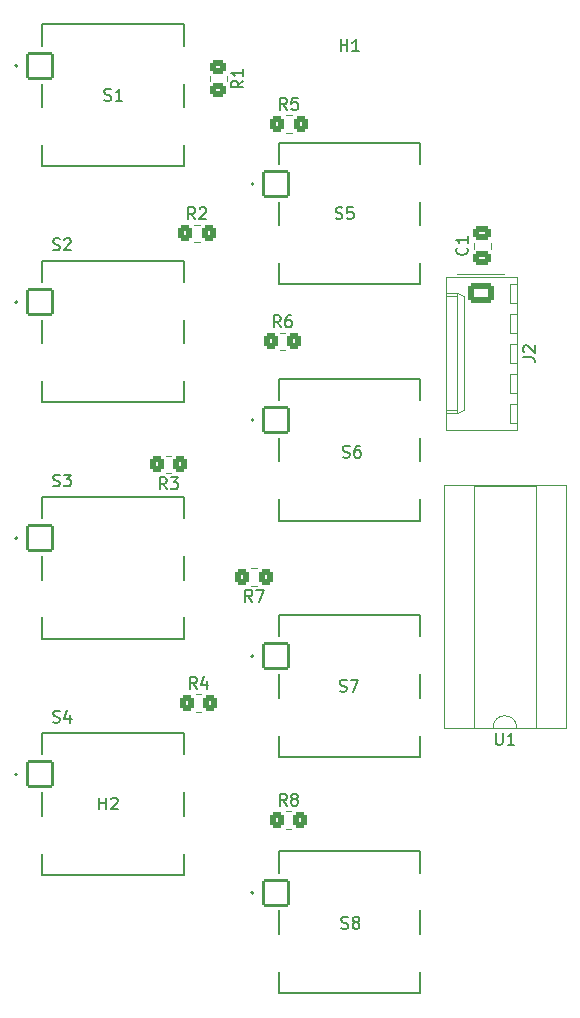
<source format=gbr>
G04 #@! TF.GenerationSoftware,KiCad,Pcbnew,8.0.8*
G04 #@! TF.CreationDate,2025-03-03T22:19:49-06:00*
G04 #@! TF.ProjectId,group13_buttons,67726f75-7031-4335-9f62-7574746f6e73,rev?*
G04 #@! TF.SameCoordinates,Original*
G04 #@! TF.FileFunction,Legend,Top*
G04 #@! TF.FilePolarity,Positive*
%FSLAX46Y46*%
G04 Gerber Fmt 4.6, Leading zero omitted, Abs format (unit mm)*
G04 Created by KiCad (PCBNEW 8.0.8) date 2025-03-03 22:19:49*
%MOMM*%
%LPD*%
G01*
G04 APERTURE LIST*
G04 Aperture macros list*
%AMRoundRect*
0 Rectangle with rounded corners*
0 $1 Rounding radius*
0 $2 $3 $4 $5 $6 $7 $8 $9 X,Y pos of 4 corners*
0 Add a 4 corners polygon primitive as box body*
4,1,4,$2,$3,$4,$5,$6,$7,$8,$9,$2,$3,0*
0 Add four circle primitives for the rounded corners*
1,1,$1+$1,$2,$3*
1,1,$1+$1,$4,$5*
1,1,$1+$1,$6,$7*
1,1,$1+$1,$8,$9*
0 Add four rect primitives between the rounded corners*
20,1,$1+$1,$2,$3,$4,$5,0*
20,1,$1+$1,$4,$5,$6,$7,0*
20,1,$1+$1,$6,$7,$8,$9,0*
20,1,$1+$1,$8,$9,$2,$3,0*%
G04 Aperture macros list end*
%ADD10C,0.150000*%
%ADD11C,0.200000*%
%ADD12C,0.127000*%
%ADD13C,0.120000*%
%ADD14C,2.304000*%
%ADD15RoundRect,0.102000X-1.050000X-1.050000X1.050000X-1.050000X1.050000X1.050000X-1.050000X1.050000X0*%
%ADD16RoundRect,0.250000X-0.350000X-0.450000X0.350000X-0.450000X0.350000X0.450000X-0.350000X0.450000X0*%
%ADD17RoundRect,0.250000X0.350000X0.450000X-0.350000X0.450000X-0.350000X-0.450000X0.350000X-0.450000X0*%
%ADD18RoundRect,0.250000X-0.450000X0.350000X-0.450000X-0.350000X0.450000X-0.350000X0.450000X0.350000X0*%
%ADD19O,2.190000X1.740000*%
%ADD20RoundRect,0.250000X-0.845000X0.620000X-0.845000X-0.620000X0.845000X-0.620000X0.845000X0.620000X0*%
%ADD21C,3.200000*%
%ADD22RoundRect,0.250000X0.475000X-0.337500X0.475000X0.337500X-0.475000X0.337500X-0.475000X-0.337500X0*%
%ADD23R,1.600000X1.600000*%
G04 APERTURE END LIST*
D10*
X166905095Y-190820200D02*
X167047952Y-190867819D01*
X167047952Y-190867819D02*
X167286047Y-190867819D01*
X167286047Y-190867819D02*
X167381285Y-190820200D01*
X167381285Y-190820200D02*
X167428904Y-190772580D01*
X167428904Y-190772580D02*
X167476523Y-190677342D01*
X167476523Y-190677342D02*
X167476523Y-190582104D01*
X167476523Y-190582104D02*
X167428904Y-190486866D01*
X167428904Y-190486866D02*
X167381285Y-190439247D01*
X167381285Y-190439247D02*
X167286047Y-190391628D01*
X167286047Y-190391628D02*
X167095571Y-190344009D01*
X167095571Y-190344009D02*
X167000333Y-190296390D01*
X167000333Y-190296390D02*
X166952714Y-190248771D01*
X166952714Y-190248771D02*
X166905095Y-190153533D01*
X166905095Y-190153533D02*
X166905095Y-190058295D01*
X166905095Y-190058295D02*
X166952714Y-189963057D01*
X166952714Y-189963057D02*
X167000333Y-189915438D01*
X167000333Y-189915438D02*
X167095571Y-189867819D01*
X167095571Y-189867819D02*
X167333666Y-189867819D01*
X167333666Y-189867819D02*
X167476523Y-189915438D01*
X168047952Y-190296390D02*
X167952714Y-190248771D01*
X167952714Y-190248771D02*
X167905095Y-190201152D01*
X167905095Y-190201152D02*
X167857476Y-190105914D01*
X167857476Y-190105914D02*
X167857476Y-190058295D01*
X167857476Y-190058295D02*
X167905095Y-189963057D01*
X167905095Y-189963057D02*
X167952714Y-189915438D01*
X167952714Y-189915438D02*
X168047952Y-189867819D01*
X168047952Y-189867819D02*
X168238428Y-189867819D01*
X168238428Y-189867819D02*
X168333666Y-189915438D01*
X168333666Y-189915438D02*
X168381285Y-189963057D01*
X168381285Y-189963057D02*
X168428904Y-190058295D01*
X168428904Y-190058295D02*
X168428904Y-190105914D01*
X168428904Y-190105914D02*
X168381285Y-190201152D01*
X168381285Y-190201152D02*
X168333666Y-190248771D01*
X168333666Y-190248771D02*
X168238428Y-190296390D01*
X168238428Y-190296390D02*
X168047952Y-190296390D01*
X168047952Y-190296390D02*
X167952714Y-190344009D01*
X167952714Y-190344009D02*
X167905095Y-190391628D01*
X167905095Y-190391628D02*
X167857476Y-190486866D01*
X167857476Y-190486866D02*
X167857476Y-190677342D01*
X167857476Y-190677342D02*
X167905095Y-190772580D01*
X167905095Y-190772580D02*
X167952714Y-190820200D01*
X167952714Y-190820200D02*
X168047952Y-190867819D01*
X168047952Y-190867819D02*
X168238428Y-190867819D01*
X168238428Y-190867819D02*
X168333666Y-190820200D01*
X168333666Y-190820200D02*
X168381285Y-190772580D01*
X168381285Y-190772580D02*
X168428904Y-190677342D01*
X168428904Y-190677342D02*
X168428904Y-190486866D01*
X168428904Y-190486866D02*
X168381285Y-190391628D01*
X168381285Y-190391628D02*
X168333666Y-190344009D01*
X168333666Y-190344009D02*
X168238428Y-190296390D01*
X166778095Y-170754200D02*
X166920952Y-170801819D01*
X166920952Y-170801819D02*
X167159047Y-170801819D01*
X167159047Y-170801819D02*
X167254285Y-170754200D01*
X167254285Y-170754200D02*
X167301904Y-170706580D01*
X167301904Y-170706580D02*
X167349523Y-170611342D01*
X167349523Y-170611342D02*
X167349523Y-170516104D01*
X167349523Y-170516104D02*
X167301904Y-170420866D01*
X167301904Y-170420866D02*
X167254285Y-170373247D01*
X167254285Y-170373247D02*
X167159047Y-170325628D01*
X167159047Y-170325628D02*
X166968571Y-170278009D01*
X166968571Y-170278009D02*
X166873333Y-170230390D01*
X166873333Y-170230390D02*
X166825714Y-170182771D01*
X166825714Y-170182771D02*
X166778095Y-170087533D01*
X166778095Y-170087533D02*
X166778095Y-169992295D01*
X166778095Y-169992295D02*
X166825714Y-169897057D01*
X166825714Y-169897057D02*
X166873333Y-169849438D01*
X166873333Y-169849438D02*
X166968571Y-169801819D01*
X166968571Y-169801819D02*
X167206666Y-169801819D01*
X167206666Y-169801819D02*
X167349523Y-169849438D01*
X167682857Y-169801819D02*
X168349523Y-169801819D01*
X168349523Y-169801819D02*
X167920952Y-170801819D01*
X167032095Y-150942200D02*
X167174952Y-150989819D01*
X167174952Y-150989819D02*
X167413047Y-150989819D01*
X167413047Y-150989819D02*
X167508285Y-150942200D01*
X167508285Y-150942200D02*
X167555904Y-150894580D01*
X167555904Y-150894580D02*
X167603523Y-150799342D01*
X167603523Y-150799342D02*
X167603523Y-150704104D01*
X167603523Y-150704104D02*
X167555904Y-150608866D01*
X167555904Y-150608866D02*
X167508285Y-150561247D01*
X167508285Y-150561247D02*
X167413047Y-150513628D01*
X167413047Y-150513628D02*
X167222571Y-150466009D01*
X167222571Y-150466009D02*
X167127333Y-150418390D01*
X167127333Y-150418390D02*
X167079714Y-150370771D01*
X167079714Y-150370771D02*
X167032095Y-150275533D01*
X167032095Y-150275533D02*
X167032095Y-150180295D01*
X167032095Y-150180295D02*
X167079714Y-150085057D01*
X167079714Y-150085057D02*
X167127333Y-150037438D01*
X167127333Y-150037438D02*
X167222571Y-149989819D01*
X167222571Y-149989819D02*
X167460666Y-149989819D01*
X167460666Y-149989819D02*
X167603523Y-150037438D01*
X168460666Y-149989819D02*
X168270190Y-149989819D01*
X168270190Y-149989819D02*
X168174952Y-150037438D01*
X168174952Y-150037438D02*
X168127333Y-150085057D01*
X168127333Y-150085057D02*
X168032095Y-150227914D01*
X168032095Y-150227914D02*
X167984476Y-150418390D01*
X167984476Y-150418390D02*
X167984476Y-150799342D01*
X167984476Y-150799342D02*
X168032095Y-150894580D01*
X168032095Y-150894580D02*
X168079714Y-150942200D01*
X168079714Y-150942200D02*
X168174952Y-150989819D01*
X168174952Y-150989819D02*
X168365428Y-150989819D01*
X168365428Y-150989819D02*
X168460666Y-150942200D01*
X168460666Y-150942200D02*
X168508285Y-150894580D01*
X168508285Y-150894580D02*
X168555904Y-150799342D01*
X168555904Y-150799342D02*
X168555904Y-150561247D01*
X168555904Y-150561247D02*
X168508285Y-150466009D01*
X168508285Y-150466009D02*
X168460666Y-150418390D01*
X168460666Y-150418390D02*
X168365428Y-150370771D01*
X168365428Y-150370771D02*
X168174952Y-150370771D01*
X168174952Y-150370771D02*
X168079714Y-150418390D01*
X168079714Y-150418390D02*
X168032095Y-150466009D01*
X168032095Y-150466009D02*
X167984476Y-150561247D01*
X166414095Y-130716200D02*
X166556952Y-130763819D01*
X166556952Y-130763819D02*
X166795047Y-130763819D01*
X166795047Y-130763819D02*
X166890285Y-130716200D01*
X166890285Y-130716200D02*
X166937904Y-130668580D01*
X166937904Y-130668580D02*
X166985523Y-130573342D01*
X166985523Y-130573342D02*
X166985523Y-130478104D01*
X166985523Y-130478104D02*
X166937904Y-130382866D01*
X166937904Y-130382866D02*
X166890285Y-130335247D01*
X166890285Y-130335247D02*
X166795047Y-130287628D01*
X166795047Y-130287628D02*
X166604571Y-130240009D01*
X166604571Y-130240009D02*
X166509333Y-130192390D01*
X166509333Y-130192390D02*
X166461714Y-130144771D01*
X166461714Y-130144771D02*
X166414095Y-130049533D01*
X166414095Y-130049533D02*
X166414095Y-129954295D01*
X166414095Y-129954295D02*
X166461714Y-129859057D01*
X166461714Y-129859057D02*
X166509333Y-129811438D01*
X166509333Y-129811438D02*
X166604571Y-129763819D01*
X166604571Y-129763819D02*
X166842666Y-129763819D01*
X166842666Y-129763819D02*
X166985523Y-129811438D01*
X167890285Y-129763819D02*
X167414095Y-129763819D01*
X167414095Y-129763819D02*
X167366476Y-130240009D01*
X167366476Y-130240009D02*
X167414095Y-130192390D01*
X167414095Y-130192390D02*
X167509333Y-130144771D01*
X167509333Y-130144771D02*
X167747428Y-130144771D01*
X167747428Y-130144771D02*
X167842666Y-130192390D01*
X167842666Y-130192390D02*
X167890285Y-130240009D01*
X167890285Y-130240009D02*
X167937904Y-130335247D01*
X167937904Y-130335247D02*
X167937904Y-130573342D01*
X167937904Y-130573342D02*
X167890285Y-130668580D01*
X167890285Y-130668580D02*
X167842666Y-130716200D01*
X167842666Y-130716200D02*
X167747428Y-130763819D01*
X167747428Y-130763819D02*
X167509333Y-130763819D01*
X167509333Y-130763819D02*
X167414095Y-130716200D01*
X167414095Y-130716200D02*
X167366476Y-130668580D01*
X142489095Y-173371200D02*
X142631952Y-173418819D01*
X142631952Y-173418819D02*
X142870047Y-173418819D01*
X142870047Y-173418819D02*
X142965285Y-173371200D01*
X142965285Y-173371200D02*
X143012904Y-173323580D01*
X143012904Y-173323580D02*
X143060523Y-173228342D01*
X143060523Y-173228342D02*
X143060523Y-173133104D01*
X143060523Y-173133104D02*
X143012904Y-173037866D01*
X143012904Y-173037866D02*
X142965285Y-172990247D01*
X142965285Y-172990247D02*
X142870047Y-172942628D01*
X142870047Y-172942628D02*
X142679571Y-172895009D01*
X142679571Y-172895009D02*
X142584333Y-172847390D01*
X142584333Y-172847390D02*
X142536714Y-172799771D01*
X142536714Y-172799771D02*
X142489095Y-172704533D01*
X142489095Y-172704533D02*
X142489095Y-172609295D01*
X142489095Y-172609295D02*
X142536714Y-172514057D01*
X142536714Y-172514057D02*
X142584333Y-172466438D01*
X142584333Y-172466438D02*
X142679571Y-172418819D01*
X142679571Y-172418819D02*
X142917666Y-172418819D01*
X142917666Y-172418819D02*
X143060523Y-172466438D01*
X143917666Y-172752152D02*
X143917666Y-173418819D01*
X143679571Y-172371200D02*
X143441476Y-173085485D01*
X143441476Y-173085485D02*
X144060523Y-173085485D01*
X142489095Y-153371200D02*
X142631952Y-153418819D01*
X142631952Y-153418819D02*
X142870047Y-153418819D01*
X142870047Y-153418819D02*
X142965285Y-153371200D01*
X142965285Y-153371200D02*
X143012904Y-153323580D01*
X143012904Y-153323580D02*
X143060523Y-153228342D01*
X143060523Y-153228342D02*
X143060523Y-153133104D01*
X143060523Y-153133104D02*
X143012904Y-153037866D01*
X143012904Y-153037866D02*
X142965285Y-152990247D01*
X142965285Y-152990247D02*
X142870047Y-152942628D01*
X142870047Y-152942628D02*
X142679571Y-152895009D01*
X142679571Y-152895009D02*
X142584333Y-152847390D01*
X142584333Y-152847390D02*
X142536714Y-152799771D01*
X142536714Y-152799771D02*
X142489095Y-152704533D01*
X142489095Y-152704533D02*
X142489095Y-152609295D01*
X142489095Y-152609295D02*
X142536714Y-152514057D01*
X142536714Y-152514057D02*
X142584333Y-152466438D01*
X142584333Y-152466438D02*
X142679571Y-152418819D01*
X142679571Y-152418819D02*
X142917666Y-152418819D01*
X142917666Y-152418819D02*
X143060523Y-152466438D01*
X143393857Y-152418819D02*
X144012904Y-152418819D01*
X144012904Y-152418819D02*
X143679571Y-152799771D01*
X143679571Y-152799771D02*
X143822428Y-152799771D01*
X143822428Y-152799771D02*
X143917666Y-152847390D01*
X143917666Y-152847390D02*
X143965285Y-152895009D01*
X143965285Y-152895009D02*
X144012904Y-152990247D01*
X144012904Y-152990247D02*
X144012904Y-153228342D01*
X144012904Y-153228342D02*
X143965285Y-153323580D01*
X143965285Y-153323580D02*
X143917666Y-153371200D01*
X143917666Y-153371200D02*
X143822428Y-153418819D01*
X143822428Y-153418819D02*
X143536714Y-153418819D01*
X143536714Y-153418819D02*
X143441476Y-153371200D01*
X143441476Y-153371200D02*
X143393857Y-153323580D01*
X142489095Y-133371200D02*
X142631952Y-133418819D01*
X142631952Y-133418819D02*
X142870047Y-133418819D01*
X142870047Y-133418819D02*
X142965285Y-133371200D01*
X142965285Y-133371200D02*
X143012904Y-133323580D01*
X143012904Y-133323580D02*
X143060523Y-133228342D01*
X143060523Y-133228342D02*
X143060523Y-133133104D01*
X143060523Y-133133104D02*
X143012904Y-133037866D01*
X143012904Y-133037866D02*
X142965285Y-132990247D01*
X142965285Y-132990247D02*
X142870047Y-132942628D01*
X142870047Y-132942628D02*
X142679571Y-132895009D01*
X142679571Y-132895009D02*
X142584333Y-132847390D01*
X142584333Y-132847390D02*
X142536714Y-132799771D01*
X142536714Y-132799771D02*
X142489095Y-132704533D01*
X142489095Y-132704533D02*
X142489095Y-132609295D01*
X142489095Y-132609295D02*
X142536714Y-132514057D01*
X142536714Y-132514057D02*
X142584333Y-132466438D01*
X142584333Y-132466438D02*
X142679571Y-132418819D01*
X142679571Y-132418819D02*
X142917666Y-132418819D01*
X142917666Y-132418819D02*
X143060523Y-132466438D01*
X143441476Y-132514057D02*
X143489095Y-132466438D01*
X143489095Y-132466438D02*
X143584333Y-132418819D01*
X143584333Y-132418819D02*
X143822428Y-132418819D01*
X143822428Y-132418819D02*
X143917666Y-132466438D01*
X143917666Y-132466438D02*
X143965285Y-132514057D01*
X143965285Y-132514057D02*
X144012904Y-132609295D01*
X144012904Y-132609295D02*
X144012904Y-132704533D01*
X144012904Y-132704533D02*
X143965285Y-132847390D01*
X143965285Y-132847390D02*
X143393857Y-133418819D01*
X143393857Y-133418819D02*
X144012904Y-133418819D01*
X146839095Y-120716200D02*
X146981952Y-120763819D01*
X146981952Y-120763819D02*
X147220047Y-120763819D01*
X147220047Y-120763819D02*
X147315285Y-120716200D01*
X147315285Y-120716200D02*
X147362904Y-120668580D01*
X147362904Y-120668580D02*
X147410523Y-120573342D01*
X147410523Y-120573342D02*
X147410523Y-120478104D01*
X147410523Y-120478104D02*
X147362904Y-120382866D01*
X147362904Y-120382866D02*
X147315285Y-120335247D01*
X147315285Y-120335247D02*
X147220047Y-120287628D01*
X147220047Y-120287628D02*
X147029571Y-120240009D01*
X147029571Y-120240009D02*
X146934333Y-120192390D01*
X146934333Y-120192390D02*
X146886714Y-120144771D01*
X146886714Y-120144771D02*
X146839095Y-120049533D01*
X146839095Y-120049533D02*
X146839095Y-119954295D01*
X146839095Y-119954295D02*
X146886714Y-119859057D01*
X146886714Y-119859057D02*
X146934333Y-119811438D01*
X146934333Y-119811438D02*
X147029571Y-119763819D01*
X147029571Y-119763819D02*
X147267666Y-119763819D01*
X147267666Y-119763819D02*
X147410523Y-119811438D01*
X148362904Y-120763819D02*
X147791476Y-120763819D01*
X148077190Y-120763819D02*
X148077190Y-119763819D01*
X148077190Y-119763819D02*
X147981952Y-119906676D01*
X147981952Y-119906676D02*
X147886714Y-120001914D01*
X147886714Y-120001914D02*
X147791476Y-120049533D01*
X162277333Y-180454819D02*
X161944000Y-179978628D01*
X161705905Y-180454819D02*
X161705905Y-179454819D01*
X161705905Y-179454819D02*
X162086857Y-179454819D01*
X162086857Y-179454819D02*
X162182095Y-179502438D01*
X162182095Y-179502438D02*
X162229714Y-179550057D01*
X162229714Y-179550057D02*
X162277333Y-179645295D01*
X162277333Y-179645295D02*
X162277333Y-179788152D01*
X162277333Y-179788152D02*
X162229714Y-179883390D01*
X162229714Y-179883390D02*
X162182095Y-179931009D01*
X162182095Y-179931009D02*
X162086857Y-179978628D01*
X162086857Y-179978628D02*
X161705905Y-179978628D01*
X162848762Y-179883390D02*
X162753524Y-179835771D01*
X162753524Y-179835771D02*
X162705905Y-179788152D01*
X162705905Y-179788152D02*
X162658286Y-179692914D01*
X162658286Y-179692914D02*
X162658286Y-179645295D01*
X162658286Y-179645295D02*
X162705905Y-179550057D01*
X162705905Y-179550057D02*
X162753524Y-179502438D01*
X162753524Y-179502438D02*
X162848762Y-179454819D01*
X162848762Y-179454819D02*
X163039238Y-179454819D01*
X163039238Y-179454819D02*
X163134476Y-179502438D01*
X163134476Y-179502438D02*
X163182095Y-179550057D01*
X163182095Y-179550057D02*
X163229714Y-179645295D01*
X163229714Y-179645295D02*
X163229714Y-179692914D01*
X163229714Y-179692914D02*
X163182095Y-179788152D01*
X163182095Y-179788152D02*
X163134476Y-179835771D01*
X163134476Y-179835771D02*
X163039238Y-179883390D01*
X163039238Y-179883390D02*
X162848762Y-179883390D01*
X162848762Y-179883390D02*
X162753524Y-179931009D01*
X162753524Y-179931009D02*
X162705905Y-179978628D01*
X162705905Y-179978628D02*
X162658286Y-180073866D01*
X162658286Y-180073866D02*
X162658286Y-180264342D01*
X162658286Y-180264342D02*
X162705905Y-180359580D01*
X162705905Y-180359580D02*
X162753524Y-180407200D01*
X162753524Y-180407200D02*
X162848762Y-180454819D01*
X162848762Y-180454819D02*
X163039238Y-180454819D01*
X163039238Y-180454819D02*
X163134476Y-180407200D01*
X163134476Y-180407200D02*
X163182095Y-180359580D01*
X163182095Y-180359580D02*
X163229714Y-180264342D01*
X163229714Y-180264342D02*
X163229714Y-180073866D01*
X163229714Y-180073866D02*
X163182095Y-179978628D01*
X163182095Y-179978628D02*
X163134476Y-179931009D01*
X163134476Y-179931009D02*
X163039238Y-179883390D01*
X159356333Y-163180819D02*
X159023000Y-162704628D01*
X158784905Y-163180819D02*
X158784905Y-162180819D01*
X158784905Y-162180819D02*
X159165857Y-162180819D01*
X159165857Y-162180819D02*
X159261095Y-162228438D01*
X159261095Y-162228438D02*
X159308714Y-162276057D01*
X159308714Y-162276057D02*
X159356333Y-162371295D01*
X159356333Y-162371295D02*
X159356333Y-162514152D01*
X159356333Y-162514152D02*
X159308714Y-162609390D01*
X159308714Y-162609390D02*
X159261095Y-162657009D01*
X159261095Y-162657009D02*
X159165857Y-162704628D01*
X159165857Y-162704628D02*
X158784905Y-162704628D01*
X159689667Y-162180819D02*
X160356333Y-162180819D01*
X160356333Y-162180819D02*
X159927762Y-163180819D01*
X161769333Y-139941819D02*
X161436000Y-139465628D01*
X161197905Y-139941819D02*
X161197905Y-138941819D01*
X161197905Y-138941819D02*
X161578857Y-138941819D01*
X161578857Y-138941819D02*
X161674095Y-138989438D01*
X161674095Y-138989438D02*
X161721714Y-139037057D01*
X161721714Y-139037057D02*
X161769333Y-139132295D01*
X161769333Y-139132295D02*
X161769333Y-139275152D01*
X161769333Y-139275152D02*
X161721714Y-139370390D01*
X161721714Y-139370390D02*
X161674095Y-139418009D01*
X161674095Y-139418009D02*
X161578857Y-139465628D01*
X161578857Y-139465628D02*
X161197905Y-139465628D01*
X162626476Y-138941819D02*
X162436000Y-138941819D01*
X162436000Y-138941819D02*
X162340762Y-138989438D01*
X162340762Y-138989438D02*
X162293143Y-139037057D01*
X162293143Y-139037057D02*
X162197905Y-139179914D01*
X162197905Y-139179914D02*
X162150286Y-139370390D01*
X162150286Y-139370390D02*
X162150286Y-139751342D01*
X162150286Y-139751342D02*
X162197905Y-139846580D01*
X162197905Y-139846580D02*
X162245524Y-139894200D01*
X162245524Y-139894200D02*
X162340762Y-139941819D01*
X162340762Y-139941819D02*
X162531238Y-139941819D01*
X162531238Y-139941819D02*
X162626476Y-139894200D01*
X162626476Y-139894200D02*
X162674095Y-139846580D01*
X162674095Y-139846580D02*
X162721714Y-139751342D01*
X162721714Y-139751342D02*
X162721714Y-139513247D01*
X162721714Y-139513247D02*
X162674095Y-139418009D01*
X162674095Y-139418009D02*
X162626476Y-139370390D01*
X162626476Y-139370390D02*
X162531238Y-139322771D01*
X162531238Y-139322771D02*
X162340762Y-139322771D01*
X162340762Y-139322771D02*
X162245524Y-139370390D01*
X162245524Y-139370390D02*
X162197905Y-139418009D01*
X162197905Y-139418009D02*
X162150286Y-139513247D01*
X162293333Y-121526819D02*
X161960000Y-121050628D01*
X161721905Y-121526819D02*
X161721905Y-120526819D01*
X161721905Y-120526819D02*
X162102857Y-120526819D01*
X162102857Y-120526819D02*
X162198095Y-120574438D01*
X162198095Y-120574438D02*
X162245714Y-120622057D01*
X162245714Y-120622057D02*
X162293333Y-120717295D01*
X162293333Y-120717295D02*
X162293333Y-120860152D01*
X162293333Y-120860152D02*
X162245714Y-120955390D01*
X162245714Y-120955390D02*
X162198095Y-121003009D01*
X162198095Y-121003009D02*
X162102857Y-121050628D01*
X162102857Y-121050628D02*
X161721905Y-121050628D01*
X163198095Y-120526819D02*
X162721905Y-120526819D01*
X162721905Y-120526819D02*
X162674286Y-121003009D01*
X162674286Y-121003009D02*
X162721905Y-120955390D01*
X162721905Y-120955390D02*
X162817143Y-120907771D01*
X162817143Y-120907771D02*
X163055238Y-120907771D01*
X163055238Y-120907771D02*
X163150476Y-120955390D01*
X163150476Y-120955390D02*
X163198095Y-121003009D01*
X163198095Y-121003009D02*
X163245714Y-121098247D01*
X163245714Y-121098247D02*
X163245714Y-121336342D01*
X163245714Y-121336342D02*
X163198095Y-121431580D01*
X163198095Y-121431580D02*
X163150476Y-121479200D01*
X163150476Y-121479200D02*
X163055238Y-121526819D01*
X163055238Y-121526819D02*
X162817143Y-121526819D01*
X162817143Y-121526819D02*
X162721905Y-121479200D01*
X162721905Y-121479200D02*
X162674286Y-121431580D01*
X154657333Y-170548819D02*
X154324000Y-170072628D01*
X154085905Y-170548819D02*
X154085905Y-169548819D01*
X154085905Y-169548819D02*
X154466857Y-169548819D01*
X154466857Y-169548819D02*
X154562095Y-169596438D01*
X154562095Y-169596438D02*
X154609714Y-169644057D01*
X154609714Y-169644057D02*
X154657333Y-169739295D01*
X154657333Y-169739295D02*
X154657333Y-169882152D01*
X154657333Y-169882152D02*
X154609714Y-169977390D01*
X154609714Y-169977390D02*
X154562095Y-170025009D01*
X154562095Y-170025009D02*
X154466857Y-170072628D01*
X154466857Y-170072628D02*
X154085905Y-170072628D01*
X155514476Y-169882152D02*
X155514476Y-170548819D01*
X155276381Y-169501200D02*
X155038286Y-170215485D01*
X155038286Y-170215485D02*
X155657333Y-170215485D01*
X152117333Y-153655819D02*
X151784000Y-153179628D01*
X151545905Y-153655819D02*
X151545905Y-152655819D01*
X151545905Y-152655819D02*
X151926857Y-152655819D01*
X151926857Y-152655819D02*
X152022095Y-152703438D01*
X152022095Y-152703438D02*
X152069714Y-152751057D01*
X152069714Y-152751057D02*
X152117333Y-152846295D01*
X152117333Y-152846295D02*
X152117333Y-152989152D01*
X152117333Y-152989152D02*
X152069714Y-153084390D01*
X152069714Y-153084390D02*
X152022095Y-153132009D01*
X152022095Y-153132009D02*
X151926857Y-153179628D01*
X151926857Y-153179628D02*
X151545905Y-153179628D01*
X152450667Y-152655819D02*
X153069714Y-152655819D01*
X153069714Y-152655819D02*
X152736381Y-153036771D01*
X152736381Y-153036771D02*
X152879238Y-153036771D01*
X152879238Y-153036771D02*
X152974476Y-153084390D01*
X152974476Y-153084390D02*
X153022095Y-153132009D01*
X153022095Y-153132009D02*
X153069714Y-153227247D01*
X153069714Y-153227247D02*
X153069714Y-153465342D01*
X153069714Y-153465342D02*
X153022095Y-153560580D01*
X153022095Y-153560580D02*
X152974476Y-153608200D01*
X152974476Y-153608200D02*
X152879238Y-153655819D01*
X152879238Y-153655819D02*
X152593524Y-153655819D01*
X152593524Y-153655819D02*
X152498286Y-153608200D01*
X152498286Y-153608200D02*
X152450667Y-153560580D01*
X154530333Y-130797819D02*
X154197000Y-130321628D01*
X153958905Y-130797819D02*
X153958905Y-129797819D01*
X153958905Y-129797819D02*
X154339857Y-129797819D01*
X154339857Y-129797819D02*
X154435095Y-129845438D01*
X154435095Y-129845438D02*
X154482714Y-129893057D01*
X154482714Y-129893057D02*
X154530333Y-129988295D01*
X154530333Y-129988295D02*
X154530333Y-130131152D01*
X154530333Y-130131152D02*
X154482714Y-130226390D01*
X154482714Y-130226390D02*
X154435095Y-130274009D01*
X154435095Y-130274009D02*
X154339857Y-130321628D01*
X154339857Y-130321628D02*
X153958905Y-130321628D01*
X154911286Y-129893057D02*
X154958905Y-129845438D01*
X154958905Y-129845438D02*
X155054143Y-129797819D01*
X155054143Y-129797819D02*
X155292238Y-129797819D01*
X155292238Y-129797819D02*
X155387476Y-129845438D01*
X155387476Y-129845438D02*
X155435095Y-129893057D01*
X155435095Y-129893057D02*
X155482714Y-129988295D01*
X155482714Y-129988295D02*
X155482714Y-130083533D01*
X155482714Y-130083533D02*
X155435095Y-130226390D01*
X155435095Y-130226390D02*
X154863667Y-130797819D01*
X154863667Y-130797819D02*
X155482714Y-130797819D01*
X158595819Y-119062666D02*
X158119628Y-119395999D01*
X158595819Y-119634094D02*
X157595819Y-119634094D01*
X157595819Y-119634094D02*
X157595819Y-119253142D01*
X157595819Y-119253142D02*
X157643438Y-119157904D01*
X157643438Y-119157904D02*
X157691057Y-119110285D01*
X157691057Y-119110285D02*
X157786295Y-119062666D01*
X157786295Y-119062666D02*
X157929152Y-119062666D01*
X157929152Y-119062666D02*
X158024390Y-119110285D01*
X158024390Y-119110285D02*
X158072009Y-119157904D01*
X158072009Y-119157904D02*
X158119628Y-119253142D01*
X158119628Y-119253142D02*
X158119628Y-119634094D01*
X158595819Y-118110285D02*
X158595819Y-118681713D01*
X158595819Y-118395999D02*
X157595819Y-118395999D01*
X157595819Y-118395999D02*
X157738676Y-118491237D01*
X157738676Y-118491237D02*
X157833914Y-118586475D01*
X157833914Y-118586475D02*
X157881533Y-118681713D01*
X182290819Y-142486333D02*
X183005104Y-142486333D01*
X183005104Y-142486333D02*
X183147961Y-142533952D01*
X183147961Y-142533952D02*
X183243200Y-142629190D01*
X183243200Y-142629190D02*
X183290819Y-142772047D01*
X183290819Y-142772047D02*
X183290819Y-142867285D01*
X182386057Y-142057761D02*
X182338438Y-142010142D01*
X182338438Y-142010142D02*
X182290819Y-141914904D01*
X182290819Y-141914904D02*
X182290819Y-141676809D01*
X182290819Y-141676809D02*
X182338438Y-141581571D01*
X182338438Y-141581571D02*
X182386057Y-141533952D01*
X182386057Y-141533952D02*
X182481295Y-141486333D01*
X182481295Y-141486333D02*
X182576533Y-141486333D01*
X182576533Y-141486333D02*
X182719390Y-141533952D01*
X182719390Y-141533952D02*
X183290819Y-142105380D01*
X183290819Y-142105380D02*
X183290819Y-141486333D01*
X146414095Y-180763819D02*
X146414095Y-179763819D01*
X146414095Y-180240009D02*
X146985523Y-180240009D01*
X146985523Y-180763819D02*
X146985523Y-179763819D01*
X147414095Y-179859057D02*
X147461714Y-179811438D01*
X147461714Y-179811438D02*
X147556952Y-179763819D01*
X147556952Y-179763819D02*
X147795047Y-179763819D01*
X147795047Y-179763819D02*
X147890285Y-179811438D01*
X147890285Y-179811438D02*
X147937904Y-179859057D01*
X147937904Y-179859057D02*
X147985523Y-179954295D01*
X147985523Y-179954295D02*
X147985523Y-180049533D01*
X147985523Y-180049533D02*
X147937904Y-180192390D01*
X147937904Y-180192390D02*
X147366476Y-180763819D01*
X147366476Y-180763819D02*
X147985523Y-180763819D01*
X166839095Y-116563819D02*
X166839095Y-115563819D01*
X166839095Y-116040009D02*
X167410523Y-116040009D01*
X167410523Y-116563819D02*
X167410523Y-115563819D01*
X168410523Y-116563819D02*
X167839095Y-116563819D01*
X168124809Y-116563819D02*
X168124809Y-115563819D01*
X168124809Y-115563819D02*
X168029571Y-115706676D01*
X168029571Y-115706676D02*
X167934333Y-115801914D01*
X167934333Y-115801914D02*
X167839095Y-115849533D01*
X177522580Y-133197166D02*
X177570200Y-133244785D01*
X177570200Y-133244785D02*
X177617819Y-133387642D01*
X177617819Y-133387642D02*
X177617819Y-133482880D01*
X177617819Y-133482880D02*
X177570200Y-133625737D01*
X177570200Y-133625737D02*
X177474961Y-133720975D01*
X177474961Y-133720975D02*
X177379723Y-133768594D01*
X177379723Y-133768594D02*
X177189247Y-133816213D01*
X177189247Y-133816213D02*
X177046390Y-133816213D01*
X177046390Y-133816213D02*
X176855914Y-133768594D01*
X176855914Y-133768594D02*
X176760676Y-133720975D01*
X176760676Y-133720975D02*
X176665438Y-133625737D01*
X176665438Y-133625737D02*
X176617819Y-133482880D01*
X176617819Y-133482880D02*
X176617819Y-133387642D01*
X176617819Y-133387642D02*
X176665438Y-133244785D01*
X176665438Y-133244785D02*
X176713057Y-133197166D01*
X177617819Y-132244785D02*
X177617819Y-132816213D01*
X177617819Y-132530499D02*
X176617819Y-132530499D01*
X176617819Y-132530499D02*
X176760676Y-132625737D01*
X176760676Y-132625737D02*
X176855914Y-132720975D01*
X176855914Y-132720975D02*
X176903533Y-132816213D01*
X179986095Y-174290819D02*
X179986095Y-175100342D01*
X179986095Y-175100342D02*
X180033714Y-175195580D01*
X180033714Y-175195580D02*
X180081333Y-175243200D01*
X180081333Y-175243200D02*
X180176571Y-175290819D01*
X180176571Y-175290819D02*
X180367047Y-175290819D01*
X180367047Y-175290819D02*
X180462285Y-175243200D01*
X180462285Y-175243200D02*
X180509904Y-175195580D01*
X180509904Y-175195580D02*
X180557523Y-175100342D01*
X180557523Y-175100342D02*
X180557523Y-174290819D01*
X181557523Y-175290819D02*
X180986095Y-175290819D01*
X181271809Y-175290819D02*
X181271809Y-174290819D01*
X181271809Y-174290819D02*
X181176571Y-174433676D01*
X181176571Y-174433676D02*
X181081333Y-174528914D01*
X181081333Y-174528914D02*
X180986095Y-174576533D01*
D11*
X159476000Y-187809000D02*
G75*
G02*
X159276000Y-187809000I-100000J0D01*
G01*
X159276000Y-187809000D02*
G75*
G02*
X159476000Y-187809000I100000J0D01*
G01*
D12*
X173601000Y-196309000D02*
X161601000Y-196309000D01*
X161601000Y-184309000D02*
X173601000Y-184309000D01*
X173601000Y-184309000D02*
X173601000Y-186109000D01*
X173601000Y-194509000D02*
X173601000Y-196309000D01*
X173601000Y-191309000D02*
X173601000Y-189309000D01*
X161601000Y-184309000D02*
X161601000Y-186109000D01*
X161601000Y-196309000D02*
X161601000Y-194509000D01*
X161601000Y-191309000D02*
X161601000Y-189309000D01*
X161601000Y-171309000D02*
X161601000Y-169309000D01*
X161601000Y-176309000D02*
X161601000Y-174509000D01*
X161601000Y-164309000D02*
X161601000Y-166109000D01*
X173601000Y-171309000D02*
X173601000Y-169309000D01*
X173601000Y-174509000D02*
X173601000Y-176309000D01*
X173601000Y-164309000D02*
X173601000Y-166109000D01*
X161601000Y-164309000D02*
X173601000Y-164309000D01*
X173601000Y-176309000D02*
X161601000Y-176309000D01*
D11*
X159476000Y-167809000D02*
G75*
G02*
X159276000Y-167809000I-100000J0D01*
G01*
X159276000Y-167809000D02*
G75*
G02*
X159476000Y-167809000I100000J0D01*
G01*
D12*
X161601000Y-151309000D02*
X161601000Y-149309000D01*
X161601000Y-156309000D02*
X161601000Y-154509000D01*
X161601000Y-144309000D02*
X161601000Y-146109000D01*
X173601000Y-151309000D02*
X173601000Y-149309000D01*
X173601000Y-154509000D02*
X173601000Y-156309000D01*
X173601000Y-144309000D02*
X173601000Y-146109000D01*
X161601000Y-144309000D02*
X173601000Y-144309000D01*
X173601000Y-156309000D02*
X161601000Y-156309000D01*
D11*
X159476000Y-147809000D02*
G75*
G02*
X159276000Y-147809000I-100000J0D01*
G01*
X159276000Y-147809000D02*
G75*
G02*
X159476000Y-147809000I100000J0D01*
G01*
D12*
X161601000Y-131309000D02*
X161601000Y-129309000D01*
X161601000Y-136309000D02*
X161601000Y-134509000D01*
X161601000Y-124309000D02*
X161601000Y-126109000D01*
X173601000Y-131309000D02*
X173601000Y-129309000D01*
X173601000Y-134509000D02*
X173601000Y-136309000D01*
X173601000Y-124309000D02*
X173601000Y-126109000D01*
X161601000Y-124309000D02*
X173601000Y-124309000D01*
X173601000Y-136309000D02*
X161601000Y-136309000D01*
D11*
X159476000Y-127809000D02*
G75*
G02*
X159276000Y-127809000I-100000J0D01*
G01*
X159276000Y-127809000D02*
G75*
G02*
X159476000Y-127809000I100000J0D01*
G01*
X139476000Y-177809000D02*
G75*
G02*
X139276000Y-177809000I-100000J0D01*
G01*
X139276000Y-177809000D02*
G75*
G02*
X139476000Y-177809000I100000J0D01*
G01*
D12*
X153601000Y-186309000D02*
X141601000Y-186309000D01*
X141601000Y-174309000D02*
X153601000Y-174309000D01*
X153601000Y-174309000D02*
X153601000Y-176109000D01*
X153601000Y-184509000D02*
X153601000Y-186309000D01*
X153601000Y-181309000D02*
X153601000Y-179309000D01*
X141601000Y-174309000D02*
X141601000Y-176109000D01*
X141601000Y-186309000D02*
X141601000Y-184509000D01*
X141601000Y-181309000D02*
X141601000Y-179309000D01*
X141601000Y-161309000D02*
X141601000Y-159309000D01*
X141601000Y-166309000D02*
X141601000Y-164509000D01*
X141601000Y-154309000D02*
X141601000Y-156109000D01*
X153601000Y-161309000D02*
X153601000Y-159309000D01*
X153601000Y-164509000D02*
X153601000Y-166309000D01*
X153601000Y-154309000D02*
X153601000Y-156109000D01*
X141601000Y-154309000D02*
X153601000Y-154309000D01*
X153601000Y-166309000D02*
X141601000Y-166309000D01*
D11*
X139476000Y-157809000D02*
G75*
G02*
X139276000Y-157809000I-100000J0D01*
G01*
X139276000Y-157809000D02*
G75*
G02*
X139476000Y-157809000I100000J0D01*
G01*
D12*
X141601000Y-141309000D02*
X141601000Y-139309000D01*
X141601000Y-146309000D02*
X141601000Y-144509000D01*
X141601000Y-134309000D02*
X141601000Y-136109000D01*
X153601000Y-141309000D02*
X153601000Y-139309000D01*
X153601000Y-144509000D02*
X153601000Y-146309000D01*
X153601000Y-134309000D02*
X153601000Y-136109000D01*
X141601000Y-134309000D02*
X153601000Y-134309000D01*
X153601000Y-146309000D02*
X141601000Y-146309000D01*
D11*
X139476000Y-137809000D02*
G75*
G02*
X139276000Y-137809000I-100000J0D01*
G01*
X139276000Y-137809000D02*
G75*
G02*
X139476000Y-137809000I100000J0D01*
G01*
D12*
X141601000Y-121309000D02*
X141601000Y-119309000D01*
X141601000Y-126309000D02*
X141601000Y-124509000D01*
X141601000Y-114309000D02*
X141601000Y-116109000D01*
X153601000Y-121309000D02*
X153601000Y-119309000D01*
X153601000Y-124509000D02*
X153601000Y-126309000D01*
X153601000Y-114309000D02*
X153601000Y-116109000D01*
X141601000Y-114309000D02*
X153601000Y-114309000D01*
X153601000Y-126309000D02*
X141601000Y-126309000D01*
D11*
X139476000Y-117809000D02*
G75*
G02*
X139276000Y-117809000I-100000J0D01*
G01*
X139276000Y-117809000D02*
G75*
G02*
X139476000Y-117809000I100000J0D01*
G01*
D13*
X162216936Y-182385000D02*
X162671064Y-182385000D01*
X162216936Y-180915000D02*
X162671064Y-180915000D01*
X159750064Y-160341000D02*
X159295936Y-160341000D01*
X159750064Y-161811000D02*
X159295936Y-161811000D01*
X161708936Y-141872000D02*
X162163064Y-141872000D01*
X161708936Y-140402000D02*
X162163064Y-140402000D01*
X162232936Y-123457000D02*
X162687064Y-123457000D01*
X162232936Y-121987000D02*
X162687064Y-121987000D01*
X154596936Y-172479000D02*
X155051064Y-172479000D01*
X154596936Y-171009000D02*
X155051064Y-171009000D01*
X152511064Y-150816000D02*
X152056936Y-150816000D01*
X152511064Y-152286000D02*
X152056936Y-152286000D01*
X154469936Y-132728000D02*
X154924064Y-132728000D01*
X154469936Y-131258000D02*
X154924064Y-131258000D01*
X155756000Y-118668936D02*
X155756000Y-119123064D01*
X157226000Y-118668936D02*
X157226000Y-119123064D01*
X175726000Y-148613000D02*
X181746000Y-148613000D01*
X181746000Y-148613000D02*
X181746000Y-135693000D01*
X181146000Y-148033000D02*
X181746000Y-148033000D01*
X176726000Y-147233000D02*
X175726000Y-147233000D01*
X175726000Y-146983000D02*
X176726000Y-146983000D01*
X177256000Y-146983000D02*
X176726000Y-147233000D01*
X181146000Y-146433000D02*
X181146000Y-148033000D01*
X181746000Y-146433000D02*
X181146000Y-146433000D01*
X181146000Y-145493000D02*
X181746000Y-145493000D01*
X181146000Y-143893000D02*
X181146000Y-145493000D01*
X181746000Y-143893000D02*
X181146000Y-143893000D01*
X181146000Y-142953000D02*
X181746000Y-142953000D01*
X181146000Y-141353000D02*
X181146000Y-142953000D01*
X181746000Y-141353000D02*
X181146000Y-141353000D01*
X181146000Y-140413000D02*
X181746000Y-140413000D01*
X181146000Y-138813000D02*
X181146000Y-140413000D01*
X181746000Y-138813000D02*
X181146000Y-138813000D01*
X181146000Y-137873000D02*
X181746000Y-137873000D01*
X175726000Y-137323000D02*
X176726000Y-137323000D01*
X177256000Y-137323000D02*
X177256000Y-146983000D01*
X175726000Y-137073000D02*
X176726000Y-137073000D01*
X176726000Y-137073000D02*
X176726000Y-147233000D01*
X176726000Y-137073000D02*
X177256000Y-137323000D01*
X181146000Y-136273000D02*
X181146000Y-137873000D01*
X181746000Y-136273000D02*
X181146000Y-136273000D01*
X175726000Y-135693000D02*
X175726000Y-148613000D01*
X181746000Y-135693000D02*
X175726000Y-135693000D01*
X180716000Y-135403000D02*
X176716000Y-135403000D01*
X179578000Y-133291752D02*
X179578000Y-132769248D01*
X178108000Y-133291752D02*
X178108000Y-132769248D01*
X185888000Y-173896000D02*
X185888000Y-153336000D01*
X185888000Y-153336000D02*
X175608000Y-153336000D01*
X183398000Y-173836000D02*
X183398000Y-153396000D01*
X183398000Y-153396000D02*
X178098000Y-153396000D01*
X181748000Y-173836000D02*
X183398000Y-173836000D01*
X178098000Y-173836000D02*
X179748000Y-173836000D01*
X178098000Y-153396000D02*
X178098000Y-173836000D01*
X175608000Y-173896000D02*
X185888000Y-173896000D01*
X175608000Y-153336000D02*
X175608000Y-173896000D01*
X179748000Y-173836000D02*
G75*
G02*
X181748000Y-173836000I1000000J0D01*
G01*
%LPC*%
D14*
X173851000Y-192809000D03*
X161351000Y-192809000D03*
X173851000Y-187809000D03*
D15*
X161351000Y-187809000D03*
X161351000Y-167809000D03*
D14*
X173851000Y-167809000D03*
X161351000Y-172809000D03*
X173851000Y-172809000D03*
D15*
X161351000Y-147809000D03*
D14*
X173851000Y-147809000D03*
X161351000Y-152809000D03*
X173851000Y-152809000D03*
D15*
X161351000Y-127809000D03*
D14*
X173851000Y-127809000D03*
X161351000Y-132809000D03*
X173851000Y-132809000D03*
X153851000Y-182809000D03*
X141351000Y-182809000D03*
X153851000Y-177809000D03*
D15*
X141351000Y-177809000D03*
X141351000Y-157809000D03*
D14*
X153851000Y-157809000D03*
X141351000Y-162809000D03*
X153851000Y-162809000D03*
D15*
X141351000Y-137809000D03*
D14*
X153851000Y-137809000D03*
X141351000Y-142809000D03*
X153851000Y-142809000D03*
D15*
X141351000Y-117809000D03*
D14*
X153851000Y-117809000D03*
X141351000Y-122809000D03*
X153851000Y-122809000D03*
D16*
X163444000Y-181650000D03*
X161444000Y-181650000D03*
D17*
X158523000Y-161076000D03*
X160523000Y-161076000D03*
D16*
X162936000Y-141137000D03*
X160936000Y-141137000D03*
X163460000Y-122722000D03*
X161460000Y-122722000D03*
X155824000Y-171744000D03*
X153824000Y-171744000D03*
D17*
X151284000Y-151551000D03*
X153284000Y-151551000D03*
D16*
X155697000Y-131993000D03*
X153697000Y-131993000D03*
D18*
X156491000Y-119896000D03*
X156491000Y-117896000D03*
D19*
X178716000Y-147233000D03*
X178716000Y-144693000D03*
X178716000Y-142153000D03*
X178716000Y-139613000D03*
D20*
X178716000Y-137073000D03*
D21*
X147601000Y-190309000D03*
X167601000Y-120309000D03*
D22*
X178843000Y-131993000D03*
X178843000Y-134068000D03*
D23*
X184558000Y-172506000D03*
X184558000Y-169966000D03*
X184558000Y-167426000D03*
X184558000Y-164886000D03*
X184558000Y-162346000D03*
X184558000Y-159806000D03*
X184558000Y-157266000D03*
X184558000Y-154726000D03*
X176938000Y-154726000D03*
X176938000Y-157266000D03*
X176938000Y-159806000D03*
X176938000Y-162346000D03*
X176938000Y-164886000D03*
X176938000Y-167426000D03*
X176938000Y-169966000D03*
X176938000Y-172506000D03*
%LPD*%
M02*

</source>
